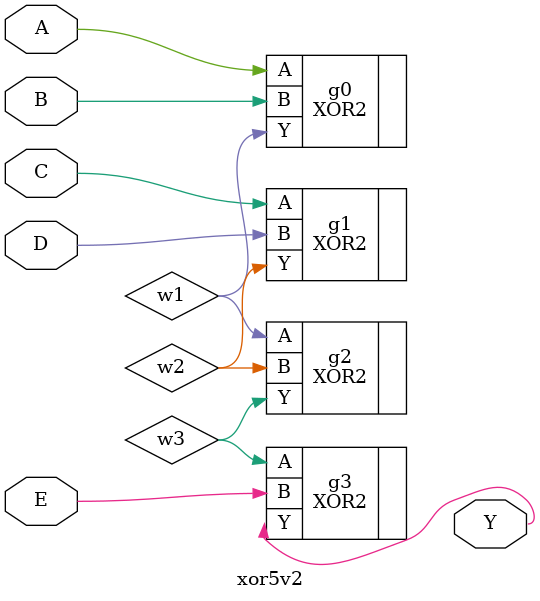
<source format=v>
module xor5v2  ( 
    A, B, C, D, E,
    Y  );
  input  A, B, C, D, E;
  output Y;
  wire w1, w2, w3;
  XOR2 g0(.A(A), .B(B), .Y(w1));
  XOR2 g1(.A(C), .B(D), .Y(w2));
  XOR2 g2(.A(w1), .B(w2), .Y(w3));
  XOR2 g3(.A(w3), .B(E), .Y(Y));
endmodule


</source>
